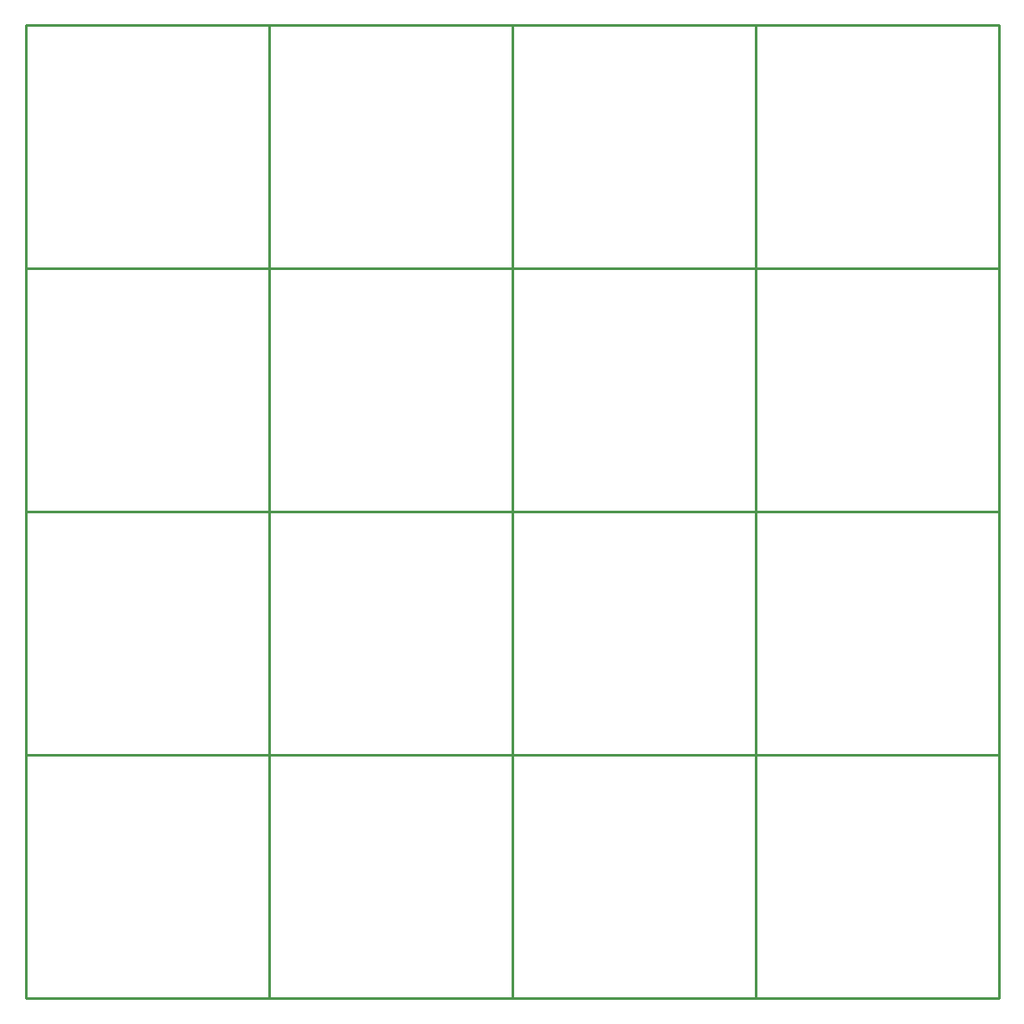
<source format=gm1>
G04 #@! TF.FileFunction,Profile,NP*
%FSLAX46Y46*%
G04 Gerber Fmt 4.6, Leading zero omitted, Abs format (unit mm)*
G04 Created by KiCad (PCBNEW 4.0.1-2.201512121406+6195~38~ubuntu15.10.1-stable) date Monday, December 14, 2015 PM10:34:12 HKT*
%MOMM*%
G01*
G04 APERTURE LIST*
%ADD10C,0.100000*%
%ADD11C,0.254000*%
G04 APERTURE END LIST*
D10*
D11*
X0Y0D02*
X95504000Y0D01*
X0Y23876000D02*
X95504000Y23876000D01*
X0Y47752000D02*
X95504000Y47752000D01*
X0Y71628000D02*
X95504000Y71628000D01*
X0Y95504000D02*
X95504000Y95504000D01*
X95504000Y95504000D02*
X95504000Y0D01*
X71628000Y95504000D02*
X71628000Y0D01*
X47752000Y95504000D02*
X47752000Y0D01*
X23876000Y95504000D02*
X23876000Y0D01*
X0Y95504000D02*
X0Y0D01*
M02*

</source>
